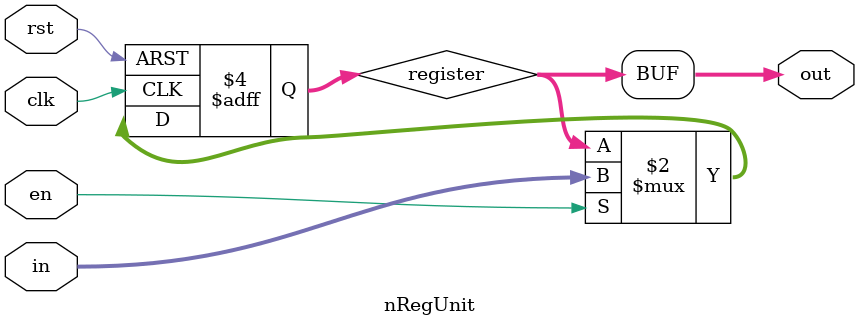
<source format=sv>
module nRegUnit #(parameter int N=8) (in, out, en, clk, rst);

    input  logic         clk, rst, en;
    input  logic [N-1:0] in;
    output logic [N-1:0] out;

    logic [N-1:0] register;

    always_ff @( posedge clk or posedge rst ) begin
        if (rst)
            register <= 0;
        else
            register <= en ? in : register;
    end

    always_comb begin
        out = register;
    end
    
endmodule
</source>
